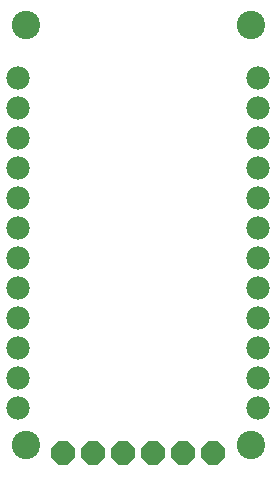
<source format=gbr>
G04 EAGLE Gerber RS-274X export*
G75*
%MOMM*%
%FSLAX34Y34*%
%LPD*%
%INSoldermask Bottom*%
%IPPOS*%
%AMOC8*
5,1,8,0,0,1.08239X$1,22.5*%
G01*
%ADD10C,2.403200*%
%ADD11P,2.144431X8X292.500000*%
%ADD12C,1.981200*%


D10*
X19050Y19050D03*
X209550Y19050D03*
X19050Y374650D03*
X209550Y374650D03*
D11*
X177800Y12700D03*
X152400Y12700D03*
X127000Y12700D03*
X101600Y12700D03*
X76200Y12700D03*
X50800Y12700D03*
D12*
X12700Y330200D03*
X12700Y304800D03*
X12700Y279400D03*
X12700Y254000D03*
X12700Y228600D03*
X12700Y203200D03*
X12700Y177800D03*
X12700Y152400D03*
X12700Y127000D03*
X12700Y101600D03*
X12700Y76200D03*
X12700Y50800D03*
X215900Y330200D03*
X215900Y304800D03*
X215900Y279400D03*
X215900Y254000D03*
X215900Y228600D03*
X215900Y203200D03*
X215900Y177800D03*
X215900Y152400D03*
X215900Y127000D03*
X215900Y101600D03*
X215900Y76200D03*
X215900Y50800D03*
M02*

</source>
